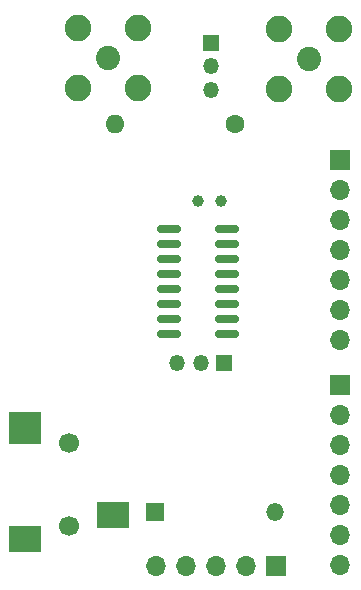
<source format=gbr>
%TF.GenerationSoftware,KiCad,Pcbnew,8.0.4*%
%TF.CreationDate,2025-05-02T23:49:30+05:30*%
%TF.ProjectId,Si4732Board,53693437-3332-4426-9f61-72642e6b6963,rev?*%
%TF.SameCoordinates,Original*%
%TF.FileFunction,Soldermask,Bot*%
%TF.FilePolarity,Negative*%
%FSLAX46Y46*%
G04 Gerber Fmt 4.6, Leading zero omitted, Abs format (unit mm)*
G04 Created by KiCad (PCBNEW 8.0.4) date 2025-05-02 23:49:30*
%MOMM*%
%LPD*%
G01*
G04 APERTURE LIST*
G04 Aperture macros list*
%AMRoundRect*
0 Rectangle with rounded corners*
0 $1 Rounding radius*
0 $2 $3 $4 $5 $6 $7 $8 $9 X,Y pos of 4 corners*
0 Add a 4 corners polygon primitive as box body*
4,1,4,$2,$3,$4,$5,$6,$7,$8,$9,$2,$3,0*
0 Add four circle primitives for the rounded corners*
1,1,$1+$1,$2,$3*
1,1,$1+$1,$4,$5*
1,1,$1+$1,$6,$7*
1,1,$1+$1,$8,$9*
0 Add four rect primitives between the rounded corners*
20,1,$1+$1,$2,$3,$4,$5,0*
20,1,$1+$1,$4,$5,$6,$7,0*
20,1,$1+$1,$6,$7,$8,$9,0*
20,1,$1+$1,$8,$9,$2,$3,0*%
G04 Aperture macros list end*
%ADD10R,1.700000X1.700000*%
%ADD11O,1.700000X1.700000*%
%ADD12R,1.350000X1.350000*%
%ADD13O,1.350000X1.350000*%
%ADD14C,2.050000*%
%ADD15C,2.250000*%
%ADD16C,1.000000*%
%ADD17R,1.500000X1.500000*%
%ADD18O,1.500000X1.500000*%
%ADD19C,1.700000*%
%ADD20R,2.800000X2.200000*%
%ADD21R,2.800000X2.800000*%
%ADD22C,1.600000*%
%ADD23O,1.600000X1.600000*%
%ADD24RoundRect,0.150000X-0.825000X-0.150000X0.825000X-0.150000X0.825000X0.150000X-0.825000X0.150000X0*%
G04 APERTURE END LIST*
D10*
%TO.C,J3*%
X152065000Y-103335000D03*
D11*
X152065000Y-105875000D03*
X152065000Y-108415000D03*
X152065000Y-110955000D03*
X152065000Y-113495000D03*
X152065000Y-116035000D03*
X152065000Y-118575000D03*
%TD*%
D12*
%TO.C,J7*%
X141125000Y-74385000D03*
D13*
X141125000Y-76385000D03*
X141125000Y-78385000D03*
%TD*%
D14*
%TO.C,J5*%
X132385000Y-75645000D03*
D15*
X134925000Y-73105000D03*
X129845000Y-73105000D03*
X134925000Y-78185000D03*
X129845000Y-78185000D03*
%TD*%
D16*
%TO.C,Y1*%
X140075000Y-87810000D03*
X141975000Y-87810000D03*
%TD*%
D17*
%TO.C,D1*%
X136365000Y-114110000D03*
D18*
X146525000Y-114110000D03*
%TD*%
D10*
%TO.C,J4*%
X152065000Y-84285000D03*
D11*
X152065000Y-86825000D03*
X152065000Y-89365000D03*
X152065000Y-91905000D03*
X152065000Y-94445000D03*
X152065000Y-96985000D03*
X152065000Y-99525000D03*
%TD*%
D10*
%TO.C,J2*%
X146625000Y-118685000D03*
D11*
X144085000Y-118685000D03*
X141545000Y-118685000D03*
X139005000Y-118685000D03*
X136465000Y-118685000D03*
%TD*%
D14*
%TO.C,J1*%
X149475000Y-75735000D03*
D15*
X146935000Y-73195000D03*
X146935000Y-78275000D03*
X152015000Y-73195000D03*
X152015000Y-78275000D03*
%TD*%
D12*
%TO.C,J6*%
X142275000Y-101535000D03*
D13*
X140275000Y-101535000D03*
X138275000Y-101535000D03*
%TD*%
D19*
%TO.C,J8*%
X129100000Y-108300000D03*
X129100000Y-115300000D03*
D20*
X132800000Y-114400000D03*
X125400000Y-116400000D03*
D21*
X125400000Y-107000000D03*
%TD*%
D22*
%TO.C,L1*%
X143175000Y-81285000D03*
D23*
X133015000Y-81285000D03*
%TD*%
D24*
%TO.C,U2*%
X137550000Y-99030000D03*
X137550000Y-97760000D03*
X137550000Y-96490000D03*
X137550000Y-95220000D03*
X137550000Y-93950000D03*
X137550000Y-92680000D03*
X137550000Y-91410000D03*
X137550000Y-90140000D03*
X142500000Y-90140000D03*
X142500000Y-91410000D03*
X142500000Y-92680000D03*
X142500000Y-93950000D03*
X142500000Y-95220000D03*
X142500000Y-96490000D03*
X142500000Y-97760000D03*
X142500000Y-99030000D03*
%TD*%
M02*

</source>
